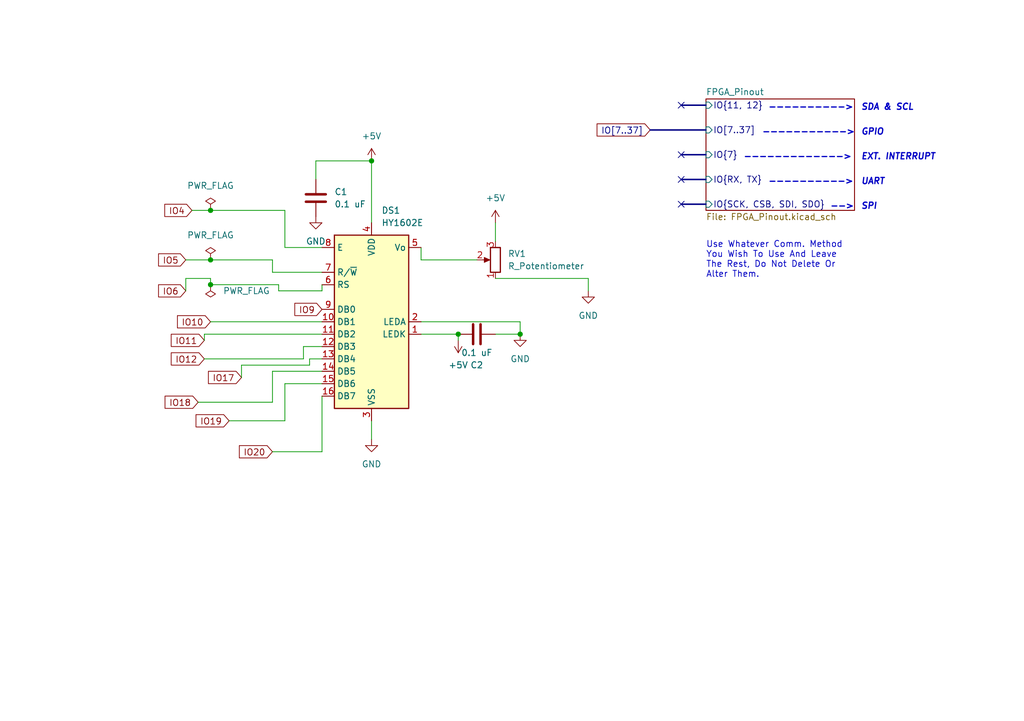
<source format=kicad_sch>
(kicad_sch (version 20211123) (generator eeschema)
  (paper "A5")
  (title_block (date "2023-01-28") (company "SoCET Shield Dev."))
  (lib_symbols
    (symbol "Device:C" (pin_numbers hide) (pin_names (offset 0.254))
      (property "Reference" "C" (at 0.635 2.54 0))
      (property "Value" "C" (at 0.635 -2.54 0))
      (symbol "C_0_1"
        (polyline (pts (xy -2.032 -0.762) (xy 2.032 -0.762)) (stroke (width 0.508)))
        (polyline (pts (xy -2.032 0.762) (xy 2.032 0.762)) (stroke (width 0.508)))
      )
      (symbol "C_1_1"
        (pin passive line (at 0 3.81 270) (length 2.794) (name "~") (number "1"))
        (pin passive line (at 0 -3.81 90) (length 2.794) (name "~") (number "2"))
      )
    )
    (symbol "Device:R_Potentiometer" (pin_names (offset 1.016) hide)
      (property "Reference" "RV" (at -4.445 0 90))
      (property "Value" "R_Potentiometer" (at -2.54 0 90))
      (symbol "R_Potentiometer_0_1"
        (polyline (pts (xy 2.54 0) (xy 1.524 0)))
        (polyline (pts (xy 1.143 0) (xy 2.286 0.508) (xy 2.286 -0.508) (xy 1.143 0)) (fill (type outline)))
        (rectangle (start 1.016 2.54) (end -1.016 -2.54) (stroke (width 0.254)))
      )
      (symbol "R_Potentiometer_1_1"
        (pin passive line (at 0 3.81 270) (length 1.27) (name "1") (number "1"))
        (pin passive line (at 3.81 0 180) (length 1.27) (name "2") (number "2"))
        (pin passive line (at 0 -3.81 90) (length 1.27) (name "3") (number "3"))
      )
    )
    (symbol "Display_Character:HY1602E"
      (property "Reference" "DS" (at -6.096 19.05 0))
      (property "Value" "HY1602E" (at 5.08 19.05 0))
      (symbol "HY1602E_0_1"
        (rectangle (start -7.62 17.78) (end 7.62 -17.78) (stroke (width 0.254)) (fill (type background)))
      )
      (symbol "HY1602E_1_1"
        (pin passive line (at 10.16 -2.54 180) (length 2.54) (name "LEDK") (number "1"))
        (pin bidirectional line (at -10.16 0 0) (length 2.54) (name "DB1") (number "10"))
        (pin bidirectional line (at -10.16 -2.54 0) (length 2.54) (name "DB2") (number "11"))
        (pin bidirectional line (at -10.16 -5.08 0) (length 2.54) (name "DB3") (number "12"))
        (pin bidirectional line (at -10.16 -7.62 0) (length 2.54) (name "DB4") (number "13"))
        (pin bidirectional line (at -10.16 -10.16 0) (length 2.54) (name "DB5") (number "14"))
        (pin bidirectional line (at -10.16 -12.7 0) (length 2.54) (name "DB6") (number "15"))
        (pin bidirectional line (at -10.16 -15.24 0) (length 2.54) (name "DB7") (number "16"))
        (pin passive line (at 10.16 0 180) (length 2.54) (name "LEDA") (number "2"))
        (pin power_in line (at 0 -20.32 90) (length 2.54) (name "VSS") (number "3"))
        (pin power_in line (at 0 20.32 270) (length 2.54) (name "VDD") (number "4"))
        (pin input line (at 10.16 15.24 180) (length 2.54) (name "Vo") (number "5"))
        (pin input line (at -10.16 7.62 0) (length 2.54) (name "RS") (number "6"))
        (pin input line (at -10.16 10.16 0) (length 2.54) (name "R/~{W}") (number "7"))
        (pin input line (at -10.16 15.24 0) (length 2.54) (name "E") (number "8"))
        (pin bidirectional line (at -10.16 2.54 0) (length 2.54) (name "DB0") (number "9"))
      )
    )
    (symbol "power:+5V" (power) (pin_names (offset 0))
      (property "Value" "+5V" (at 0 3.556 0))
      (symbol "+5V_0_1"
        (polyline (pts (xy -0.762 1.27) (xy 0 2.54)))
        (polyline (pts (xy 0 0) (xy 0 2.54)))
        (polyline (pts (xy 0 2.54) (xy 0.762 1.27)))
      )
      (symbol "+5V_1_1"
        (pin power_in line (at 0 0 90) (length 0) hide (name "+5V") (number "1"))
      )
    )
    (symbol "power:GND" (power) (pin_names (offset 0))
      (property "Value" "GND" (at 0 -3.81 0))
      (symbol "GND_0_1"
        (polyline (pts (xy 0 0) (xy 0 -1.27) (xy 1.27 -1.27) (xy 0 -2.54) (xy -1.27 -1.27) (xy 0 -1.27)))
      )
      (symbol "GND_1_1"
        (pin power_in line (at 0 0 270) (length 0) hide (name "GND") (number "1"))
      )
    )
    (symbol "power:PWR_FLAG" (power) (pin_numbers hide) (pin_names (offset 0) hide)
      (property "Value" "PWR_FLAG" (at 0 3.81 0))
      (symbol "PWR_FLAG_0_0"
        (pin power_out line (at 0 0 90) (length 0) (name "pwr") (number "1"))
      )
      (symbol "PWR_FLAG_0_1"
        (polyline (pts (xy 0 0) (xy 0 1.27) (xy -1.016 1.905) (xy 0 2.54) (xy 1.016 1.905) (xy 0 1.27)))
      )
    )
  )
  (junction (at 106.68 68.58))
  (junction (at 43.18 53.34))
  (junction (at 76.2 33.02))
  (junction (at 43.18 43.18))
  (junction (at 93.98 68.58))
  (junction (at 43.18 58.42))
  (no_connect (at 139.7 21.59))
  (no_connect (at 139.7 31.75))
  (no_connect (at 139.7 36.83))
  (no_connect (at 139.7 41.91))
  (wire (pts (xy 66.04 78.74) (xy 58.42 78.74)))
  (wire (pts (xy 55.88 92.71) (xy 66.04 92.71)))
  (wire (pts (xy 40.64 82.55) (xy 55.88 82.55)))
  (wire (pts (xy 93.98 68.58) (xy 93.98 69.85)))
  (wire (pts (xy 55.88 53.34) (xy 43.18 53.34)))
  (wire (pts (xy 41.91 68.58) (xy 41.91 69.85)))
  (wire (pts (xy 55.88 76.2) (xy 66.04 76.2)))
  (wire (pts (xy 57.15 59.69) (xy 66.04 59.69)))
  (wire (pts (xy 64.77 36.83) (xy 64.77 33.02)))
  (bus (pts (xy 139.7 31.75) (xy 144.78 31.75)))
  (wire (pts (xy 120.65 57.15) (xy 101.6 57.15)))
  (wire (pts (xy 106.68 68.58) (xy 106.68 66.04)))
  (wire (pts (xy 63.5 74.93) (xy 63.5 73.66)))
  (wire (pts (xy 49.53 77.47) (xy 49.53 74.93)))
  (bus (pts (xy 139.7 36.83) (xy 144.78 36.83)))
  (wire (pts (xy 106.68 66.04) (xy 86.36 66.04)))
  (wire (pts (xy 76.2 33.02) (xy 76.2 45.72)))
  (wire (pts (xy 66.04 68.58) (xy 41.91 68.58)))
  (wire (pts (xy 57.15 58.42) (xy 43.18 58.42)))
  (wire (pts (xy 58.42 50.8) (xy 58.42 43.18)))
  (wire (pts (xy 57.15 59.69) (xy 57.15 58.42)))
  (wire (pts (xy 62.23 73.66) (xy 62.23 71.12)))
  (wire (pts (xy 66.04 59.69) (xy 66.04 58.42)))
  (wire (pts (xy 58.42 43.18) (xy 43.18 43.18)))
  (wire (pts (xy 86.36 68.58) (xy 93.98 68.58)))
  (wire (pts (xy 58.42 86.36) (xy 46.99 86.36)))
  (wire (pts (xy 64.77 33.02) (xy 76.2 33.02)))
  (wire (pts (xy 120.65 59.69) (xy 120.65 57.15)))
  (wire (pts (xy 63.5 73.66) (xy 66.04 73.66)))
  (bus (pts (xy 139.7 41.91) (xy 144.78 41.91)))
  (wire (pts (xy 101.6 45.72) (xy 101.6 49.53)))
  (wire (pts (xy 41.91 73.66) (xy 62.23 73.66)))
  (wire (pts (xy 66.04 92.71) (xy 66.04 81.28)))
  (wire (pts (xy 58.42 78.74) (xy 58.42 86.36)))
  (wire (pts (xy 55.88 55.88) (xy 55.88 53.34)))
  (wire (pts (xy 43.18 57.15) (xy 43.18 58.42)))
  (wire (pts (xy 86.36 53.34) (xy 86.36 50.8)))
  (bus (pts (xy 139.7 21.59) (xy 144.78 21.59)))
  (wire (pts (xy 38.1 57.15) (xy 43.18 57.15)))
  (wire (pts (xy 38.1 59.69) (xy 38.1 57.15)))
  (wire (pts (xy 38.1 53.34) (xy 43.18 53.34)))
  (wire (pts (xy 76.2 86.36) (xy 76.2 90.17)))
  (wire (pts (xy 58.42 50.8) (xy 66.04 50.8)))
  (wire (pts (xy 55.88 82.55) (xy 55.88 76.2)))
  (wire (pts (xy 43.18 66.04) (xy 66.04 66.04)))
  (wire (pts (xy 39.37 43.18) (xy 43.18 43.18)))
  (wire (pts (xy 97.79 53.34) (xy 86.36 53.34)))
  (wire (pts (xy 62.23 71.12) (xy 66.04 71.12)))
  (wire (pts (xy 49.53 74.93) (xy 63.5 74.93)))
  (wire (pts (xy 101.6 68.58) (xy 106.68 68.58)))
  (bus (pts (xy 133.35 26.67) (xy 144.78 26.67)))
  (wire (pts (xy 55.88 55.88) (xy 66.04 55.88)))
  (text "---------->" (at 157.48 38.1 0) (effects (font (size 1.27 1.27) (thickness 0.254) bold) (justify left bottom)))
  (text "UART" (at 176.53 38.1 0) (effects (font (size 1.27 1.27) (thickness 0.254) bold italic) (justify left bottom)))
  (text "GPIO" (at 176.53 27.94 0) (effects (font (size 1.27 1.27) (thickness 0.254) bold italic) (justify left bottom)))
  (text "Your Design Goes Here" (at 17.78 -5.08 0) (effects (font (size 10 10) (thickness 2) bold italic) (justify left bottom)))
  (text "Use Whatever Comm. Method \nYou Wish To Use And Leave \nThe Rest, Do Not Delete Or\nAlter Them." (at 144.78 57.15 0) (effects (font (size 1.27 1.27)) (justify left bottom)))
  (text "SDA & SCL" (at 176.53 22.86 0) (effects (font (size 1.27 1.27) (thickness 0.254) bold italic) (justify left bottom)))
  (text "EXT. INTERRUPT" (at 176.53 33.02 0) (effects (font (size 1.27 1.27) (thickness 0.254) bold italic) (justify left bottom)))
  (text "---------->" (at 157.48 22.86 0) (effects (font (size 1.27 1.27) (thickness 0.254) bold) (justify left bottom)))
  (text "-->" (at 170.18 43.18 0) (effects (font (size 1.27 1.27) (thickness 0.254) bold) (justify left bottom)))
  (text "------------->" (at 152.4 33.02 0) (effects (font (size 1.27 1.27) (thickness 0.254) bold) (justify left bottom)))
  (text "SPI" (at 176.53 43.18 0) (effects (font (size 1.27 1.27) (thickness 0.254) bold italic) (justify left bottom)))
  (text "----------->" (at 156.21 27.94 0) (effects (font (size 1.27 1.27) (thickness 0.254) bold) (justify left bottom)))
  (global_label "IO4" (shape input) (at 39.37 43.18 180) (property "Intersheet References" "${INTERSHEET_REFS}" (effects hide)))
  (global_label "IO5" (shape input) (at 38.1 53.34 180) (property "Intersheet References" "${INTERSHEET_REFS}" (effects hide)))
  (global_label "IO18" (shape input) (at 40.64 82.55 180) (property "Intersheet References" "${INTERSHEET_REFS}" (effects hide)))
  (global_label "IO10" (shape input) (at 43.18 66.04 180) (property "Intersheet References" "${INTERSHEET_REFS}" (effects hide)))
  (global_label "IO6" (shape input) (at 38.1 59.69 180) (property "Intersheet References" "${INTERSHEET_REFS}" (effects hide)))
  (global_label "IO11" (shape input) (at 41.91 69.85 180) (property "Intersheet References" "${INTERSHEET_REFS}" (effects hide)))
  (global_label "IO20" (shape input) (at 55.88 92.71 180) (property "Intersheet References" "${INTERSHEET_REFS}" (effects hide)))
  (global_label "IO19" (shape input) (at 46.99 86.36 180) (property "Intersheet References" "${INTERSHEET_REFS}" (effects hide)))
  (global_label "IO17" (shape input) (at 49.53 77.47 180) (property "Intersheet References" "${INTERSHEET_REFS}" (effects hide)))
  (global_label "IO12" (shape input) (at 41.91 73.66 180) (property "Intersheet References" "${INTERSHEET_REFS}" (effects hide)))
  (global_label "IO[7..37]" (shape input) (at 133.35 26.67 180) (property "Intersheet References" "${INTERSHEET_REFS}" (effects hide)))
  (global_label "IO9" (shape input) (at 66.04 63.5 180) (property "Intersheet References" "${INTERSHEET_REFS}" (effects hide)))
  (symbol (lib_id "power:+5V") (at 101.6 45.72 0) (unit 1)
    (property "Reference" "#PWR023" (effects hide))
    (property "Value" "+5V" (at 101.6 40.64 0))
  )
  (symbol (lib_id "power:PWR_FLAG") (at 43.18 58.42 180) (unit 1)
    (property "Reference" "#FLG?" (effects hide))
    (property "Value" "PWR_FLAG" (at 45.72 59.6899 0) (effects (justify right)))
  )
  (symbol (lib_id "power:GND") (at 64.77 44.45 0) (unit 1)
    (property "Reference" "#PWR026" (effects hide))
    (property "Value" "GND" (at 64.77 49.53 0))
  )
  (symbol (lib_id "Device:C") (at 97.79 68.58 90) (unit 1)
    (property "Reference" "C2" (at 97.79 74.93 90))
    (property "Value" "0.1 uF" (at 97.79 72.39 90))
  )
  (symbol (lib_id "power:GND") (at 106.68 68.58 0) (unit 1)
    (property "Reference" "#PWR024" (effects hide))
    (property "Value" "GND" (at 106.68 73.66 0))
  )
  (symbol (lib_id "Device:R_Potentiometer") (at 101.6 53.34 180) (unit 1)
    (property "Reference" "RV1" (at 104.14 52.0699 0) (effects (justify right)))
    (property "Value" "R_Potentiometer" (at 104.14 54.6099 0) (effects (justify right)))
  )
  (symbol (lib_id "Device:C") (at 64.77 40.64 0) (unit 1)
    (property "Reference" "C1" (at 68.58 39.3699 0) (effects (justify left)))
    (property "Value" "0.1 uF" (at 68.58 41.9099 0) (effects (justify left)))
  )
  (symbol (lib_id "power:+5V") (at 93.98 69.85 180) (unit 1)
    (property "Reference" "#PWR022" (effects hide))
    (property "Value" "+5V" (at 93.98 74.93 0))
  )
  (symbol (lib_id "power:PWR_FLAG") (at 43.18 43.18 0) (unit 1)
    (property "Reference" "#FLG05" (effects hide))
    (property "Value" "PWR_FLAG" (at 43.18 38.1 0))
  )
  (symbol (lib_id "power:GND") (at 120.65 59.69 0) (unit 1)
    (property "Reference" "#PWR025" (effects hide))
    (property "Value" "GND" (at 120.65 64.77 0))
  )
  (symbol (lib_id "power:+5V") (at 76.2 33.02 0) (unit 1)
    (property "Reference" "#PWR020" (effects hide))
    (property "Value" "+5V" (at 76.2 27.94 0))
  )
  (symbol (lib_id "power:PWR_FLAG") (at 43.18 53.34 0) (unit 1)
    (property "Reference" "#FLG?" (effects hide))
    (property "Value" "PWR_FLAG" (at 43.18 48.26 0))
  )
  (symbol (lib_id "power:GND") (at 76.2 90.17 0) (unit 1)
    (property "Reference" "#PWR021" (effects hide))
    (property "Value" "GND" (at 76.2 95.25 0))
  )
  (symbol (lib_id "Display_Character:HY1602E") (at 76.2 66.04 0) (unit 1)
    (property "Reference" "DS1" (at 78.2194 43.18 0) (effects (justify left)))
    (property "Value" "HY1602E" (at 78.2194 45.72 0) (effects (justify left)))
    (property "Footprint" "Display:HY1602E" (effects hide))
    (property "Datasheet" "http://www.icbank.com/data/ICBShop/board/HY1602E.pdf" (effects hide))
  )
  (sheet (at 144.78 20.32) (size 30.48 22.86) (stroke (width 0.1524))
    (property "Sheet name" "FPGA_Pinout" (at 144.78 19.6084 0) (effects (justify left bottom)))
    (property "Sheet file" "FPGA_Pinout.kicad_sch" (at 144.78 43.7646 0) (effects (justify left top)))
    (pin "IO[7..37]" input (at 144.78 26.67 180))
    (pin "IO{RX, TX}" input (at 144.78 36.83 180))
    (pin "IO{7}" input (at 144.78 31.75 180))
    (pin "IO{SCK, CSB, SDI, SDO}" input (at 144.78 41.91 180))
    (pin "IO{11, 12}" input (at 144.78 21.59 180))
  )
)
</source>
